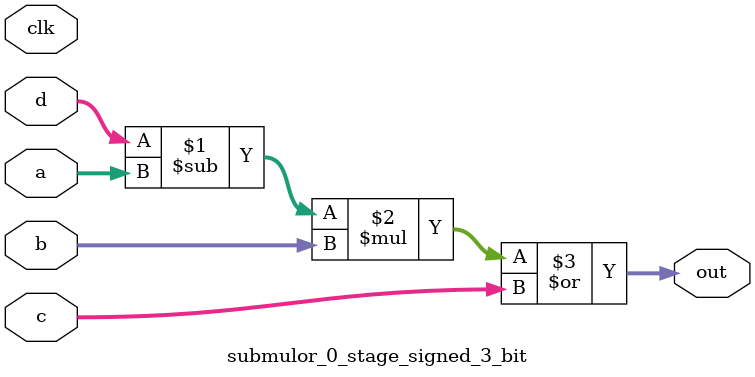
<source format=sv>
(* use_dsp = "yes" *) module submulor_0_stage_signed_3_bit(
	input signed [2:0] a,
	input signed [2:0] b,
	input signed [2:0] c,
	input signed [2:0] d,
	output [2:0] out,
	input clk);

	assign out = ((d - a) * b) | c;
endmodule

</source>
